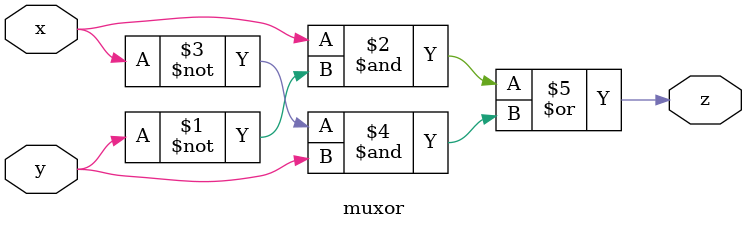
<source format=v>

`timescale 1ns / 1ps
`timescale 1ns / 1ps
module muxor(x,y,z
    );
        input x;
        input y;
        output z;
        wire z;
        assign z=(x&~y)|(~x&y);
endmodule

</source>
